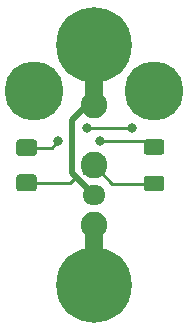
<source format=gbr>
%TF.GenerationSoftware,KiCad,Pcbnew,(5.1.7)-1*%
%TF.CreationDate,2020-12-02T23:42:10-06:00*%
%TF.ProjectId,025mag-PROBE-BOARD_REV2,3032356d-6167-42d5-9052-4f42452d424f,rev?*%
%TF.SameCoordinates,Original*%
%TF.FileFunction,Copper,L2,Bot*%
%TF.FilePolarity,Positive*%
%FSLAX46Y46*%
G04 Gerber Fmt 4.6, Leading zero omitted, Abs format (unit mm)*
G04 Created by KiCad (PCBNEW (5.1.7)-1) date 2020-12-02 23:42:10*
%MOMM*%
%LPD*%
G01*
G04 APERTURE LIST*
%TA.AperFunction,WasherPad*%
%ADD10C,5.000000*%
%TD*%
%TA.AperFunction,ComponentPad*%
%ADD11C,1.800000*%
%TD*%
%TA.AperFunction,ComponentPad*%
%ADD12C,2.250000*%
%TD*%
%TA.AperFunction,ComponentPad*%
%ADD13O,1.950000X1.700000*%
%TD*%
%TA.AperFunction,ComponentPad*%
%ADD14C,6.400000*%
%TD*%
%TA.AperFunction,ViaPad*%
%ADD15C,0.800000*%
%TD*%
%TA.AperFunction,Conductor*%
%ADD16C,0.500000*%
%TD*%
%TA.AperFunction,Conductor*%
%ADD17C,0.250000*%
%TD*%
%TA.AperFunction,Conductor*%
%ADD18C,1.500000*%
%TD*%
G04 APERTURE END LIST*
D10*
%TO.P,M31,*%
%TO.N,*%
X-5080000Y6330000D03*
%TD*%
D11*
%TO.P,SW1,4*%
%TO.N,SIGNAL*%
X0Y-2540000D03*
D12*
%TO.P,SW1,3*%
%TO.N,VCC*%
X0Y0D03*
%TO.P,SW1,2*%
%TO.N,SIGNAL*%
X0Y5080000D03*
%TO.P,SW1,1*%
%TO.N,GND*%
X0Y-5080000D03*
%TD*%
D13*
%TO.P,REF\u002A\u002A,3*%
%TO.N,GND*%
X0Y-5000000D03*
%TO.P,REF\u002A\u002A,1*%
%TO.N,N/C*%
%TA.AperFunction,ComponentPad*%
G36*
G01*
X-725000Y850000D02*
X725000Y850000D01*
G75*
G02*
X975000Y600000I0J-250000D01*
G01*
X975000Y-600000D01*
G75*
G02*
X725000Y-850000I-250000J0D01*
G01*
X-725000Y-850000D01*
G75*
G02*
X-975000Y-600000I0J250000D01*
G01*
X-975000Y600000D01*
G75*
G02*
X-725000Y850000I250000J0D01*
G01*
G37*
%TD.AperFunction*%
%TO.P,REF\u002A\u002A,2*%
%TO.N,SIGNAL*%
X0Y-2500000D03*
%TD*%
%TO.P,D2,2*%
%TO.N,Net-(D2-Pad2)*%
%TA.AperFunction,SMDPad,CuDef*%
G36*
G01*
X-5090000Y775000D02*
X-6340000Y775000D01*
G75*
G02*
X-6590000Y1025000I0J250000D01*
G01*
X-6590000Y1950000D01*
G75*
G02*
X-6340000Y2200000I250000J0D01*
G01*
X-5090000Y2200000D01*
G75*
G02*
X-4840000Y1950000I0J-250000D01*
G01*
X-4840000Y1025000D01*
G75*
G02*
X-5090000Y775000I-250000J0D01*
G01*
G37*
%TD.AperFunction*%
%TO.P,D2,1*%
%TO.N,SIGNAL*%
%TA.AperFunction,SMDPad,CuDef*%
G36*
G01*
X-5090000Y-2200000D02*
X-6340000Y-2200000D01*
G75*
G02*
X-6590000Y-1950000I0J250000D01*
G01*
X-6590000Y-1025000D01*
G75*
G02*
X-6340000Y-775000I250000J0D01*
G01*
X-5090000Y-775000D01*
G75*
G02*
X-4840000Y-1025000I0J-250000D01*
G01*
X-4840000Y-1950000D01*
G75*
G02*
X-5090000Y-2200000I-250000J0D01*
G01*
G37*
%TD.AperFunction*%
%TD*%
%TO.P,R2,2*%
%TO.N,Net-(D2-Pad2)*%
%TA.AperFunction,SMDPad,CuDef*%
G36*
G01*
X5705001Y900000D02*
X4454999Y900000D01*
G75*
G02*
X4205000Y1149999I0J249999D01*
G01*
X4205000Y1950001D01*
G75*
G02*
X4454999Y2200000I249999J0D01*
G01*
X5705001Y2200000D01*
G75*
G02*
X5955000Y1950001I0J-249999D01*
G01*
X5955000Y1149999D01*
G75*
G02*
X5705001Y900000I-249999J0D01*
G01*
G37*
%TD.AperFunction*%
%TO.P,R2,1*%
%TO.N,VCC*%
%TA.AperFunction,SMDPad,CuDef*%
G36*
G01*
X5705001Y-2200000D02*
X4454999Y-2200000D01*
G75*
G02*
X4205000Y-1950001I0J249999D01*
G01*
X4205000Y-1149999D01*
G75*
G02*
X4454999Y-900000I249999J0D01*
G01*
X5705001Y-900000D01*
G75*
G02*
X5955000Y-1149999I0J-249999D01*
G01*
X5955000Y-1950001D01*
G75*
G02*
X5705001Y-2200000I-249999J0D01*
G01*
G37*
%TD.AperFunction*%
%TD*%
D10*
%TO.P,REF\u002A\u002A,*%
%TO.N,*%
X5120000Y6330000D03*
%TD*%
D14*
%TO.P,MAG2,1*%
%TO.N,GND*%
X0Y-10160000D03*
%TD*%
%TO.P,MAG1,1*%
%TO.N,SIGNAL*%
X0Y10160000D03*
%TD*%
D15*
%TO.N,GND*%
X0Y-7620000D03*
X0Y-12700000D03*
X-1795800Y-8364200D03*
X2540000Y-10160000D03*
X-1795800Y-11955700D03*
X1778000Y-11955800D03*
X-2540000Y-10160000D03*
X1795800Y-8364200D03*
%TO.N,SIGNAL*%
X0Y12700000D03*
X2540000Y10160000D03*
X-2540000Y10160000D03*
X-1795800Y11955800D03*
X1795800Y11955800D03*
X1778000Y8364200D03*
X-1795800Y8364300D03*
X0Y7620000D03*
%TO.N,Net-(D1-Pad2)*%
X3175000Y3175000D03*
X-635000Y3175000D03*
%TO.N,Net-(D2-Pad2)*%
X-3048000Y2032000D03*
X508000Y2032000D03*
%TD*%
D16*
%TO.N,VCC*%
X0Y254000D02*
X0Y0D01*
D17*
X1550000Y-1550000D02*
X0Y0D01*
X5080000Y-1550000D02*
X1550000Y-1550000D01*
D18*
%TO.N,GND*%
X0Y-10750000D02*
X0Y-5080000D01*
D16*
%TO.N,SIGNAL*%
X0Y10750000D02*
X-1188000Y10750000D01*
D18*
X0Y10750000D02*
X0Y5080000D01*
D16*
X-508000Y4572000D02*
X0Y5080000D01*
X-254000Y-2540000D02*
X0Y-2540000D01*
X-540000Y-2540000D02*
X0Y-2540000D01*
D17*
X-129000Y-2540000D02*
X0Y-2540000D01*
D16*
X0Y5080000D02*
X-635000Y5080000D01*
X-635000Y5080000D02*
X-1905000Y3810000D01*
X-1905000Y0D02*
X-1905000Y-635000D01*
X-1905000Y3810000D02*
X-1905000Y0D01*
X-1905000Y-635000D02*
X-1524000Y-1016000D01*
X-1524000Y-1016000D02*
X0Y-2540000D01*
D17*
X-2068500Y-1487500D02*
X-5715000Y-1487500D01*
X-2060000Y-1480000D02*
X-2068500Y-1487500D01*
X-1524000Y-1016000D02*
X-2060000Y-1480000D01*
%TO.N,Net-(D1-Pad2)*%
X-635000Y3175000D02*
X3175000Y3175000D01*
%TO.N,Net-(D2-Pad2)*%
X-3592500Y1487500D02*
X-3048000Y2032000D01*
X-5715000Y1487500D02*
X-3592500Y1487500D01*
X4598000Y2032000D02*
X5080000Y1550000D01*
X508000Y2032000D02*
X4598000Y2032000D01*
%TD*%
M02*

</source>
